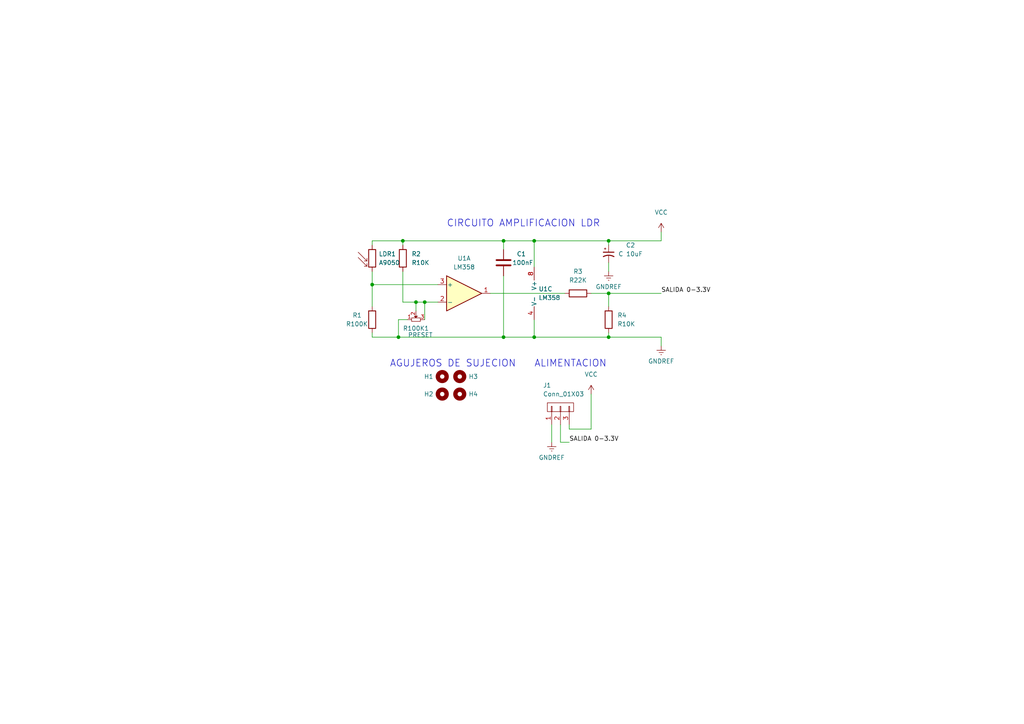
<source format=kicad_sch>
(kicad_sch (version 20211123) (generator eeschema)
  (paper "A4")
  (title_block (title "Módulo Sensor LDR") (date "2022-06-08") (company "E.E.S.T N°5 \"2 de Abril\" de Temperley") (comment 1 "Autor: Romero Gabriel") (comment 2 "Asignatura: Montaje de Proyectos Electrónicos"))
  (lib_symbols
    (symbol "Amplifier_Operational:LM358" (pin_names (offset 0.127))
      (property "Reference" "U" (at 0 5.08 0))
      (property "Value" "LM358" (at 0 -5.08 0))
      (symbol "LM358_1_1"
        (polyline (pts (xy -5.08 5.08) (xy 5.08 0) (xy -5.08 -5.08) (xy -5.08 5.08)) (stroke (width 0.254)) (fill (type background)))
        (pin output line (at 7.62 0 180) (length 2.54) (name "~") (number "1"))
        (pin input line (at -7.62 -2.54 0) (length 2.54) (name "-") (number "2"))
        (pin input line (at -7.62 2.54 0) (length 2.54) (name "+") (number "3"))
      )
      (symbol "LM358_2_1"
        (polyline (pts (xy -5.08 5.08) (xy 5.08 0) (xy -5.08 -5.08) (xy -5.08 5.08)) (stroke (width 0.254)) (fill (type background)))
        (pin input line (at -7.62 2.54 0) (length 2.54) (name "+") (number "5"))
        (pin input line (at -7.62 -2.54 0) (length 2.54) (name "-") (number "6"))
        (pin output line (at 7.62 0 180) (length 2.54) (name "~") (number "7"))
      )
      (symbol "LM358_3_1"
        (pin power_in line (at -2.54 -7.62 90) (length 3.81) (name "V-") (number "4"))
        (pin power_in line (at -2.54 7.62 270) (length 3.81) (name "V+") (number "8"))
      )
    )
    (symbol "Device:C" (pin_numbers hide) (pin_names (offset 0.254))
      (property "Reference" "C" (at 0.635 2.54 0))
      (property "Value" "C" (at 0.635 -2.54 0))
      (symbol "C_0_1"
        (polyline (pts (xy -2.032 -0.762) (xy 2.032 -0.762)) (stroke (width 0.508)))
        (polyline (pts (xy -2.032 0.762) (xy 2.032 0.762)) (stroke (width 0.508)))
      )
      (symbol "C_1_1"
        (pin passive line (at 0 3.81 270) (length 2.794) (name "~") (number "1"))
        (pin passive line (at 0 -3.81 90) (length 2.794) (name "~") (number "2"))
      )
    )
    (symbol "Device:C_Polarized_Small_US" (pin_numbers hide) (pin_names (offset 0.254) hide)
      (property "Reference" "C" (at 0.254 1.778 0))
      (property "Value" "C_Polarized_Small_US" (at 0.254 -2.032 0))
      (symbol "C_Polarized_Small_US_0_1"
        (polyline (pts (xy -1.524 0.508) (xy 1.524 0.508)) (stroke (width 0.3048)))
        (polyline (pts (xy -1.27 1.524) (xy -0.762 1.524)))
        (polyline (pts (xy -1.016 1.27) (xy -1.016 1.778)))
        (arc (start 1.524 -0.762) (mid 0 -0.3734) (end -1.524 -0.762) (stroke (width 0.3048)))
      )
      (symbol "C_Polarized_Small_US_1_1"
        (pin passive line (at 0 2.54 270) (length 2.032) (name "~") (number "1"))
        (pin passive line (at 0 -2.54 90) (length 2.032) (name "~") (number "2"))
      )
    )
    (symbol "Device:R" (pin_numbers hide) (pin_names (offset 0))
      (property "Reference" "R" (at 2.032 0 90))
      (property "Value" "R" (at 0 0 90))
      (symbol "R_0_1"
        (rectangle (start -1.016 -2.54) (end 1.016 2.54) (stroke (width 0.254)))
      )
      (symbol "R_1_1"
        (pin passive line (at 0 3.81 270) (length 1.27) (name "~") (number "1"))
        (pin passive line (at 0 -3.81 90) (length 1.27) (name "~") (number "2"))
      )
    )
    (symbol "EESTN5:Conn_01X03" (pin_names (offset 1.016) hide)
      (property "Reference" "J" (at 0 5.08 0))
      (property "Value" "Conn_01X03" (at 0 -5.08 0))
      (symbol "Conn_01X03_0_1"
        (rectangle (start -1.27 -2.413) (end 0.254 -2.667))
        (rectangle (start -1.27 0.127) (end 0.254 -0.127))
        (rectangle (start -1.27 2.667) (end 0.254 2.413))
        (rectangle (start -1.27 3.81) (end 1.27 -3.81))
      )
      (symbol "Conn_01X03_1_1"
        (pin passive line (at -5.08 2.54 0) (length 3.81) (name "P1") (number "1"))
        (pin passive line (at -5.08 0 0) (length 3.81) (name "P2") (number "2"))
        (pin passive line (at -5.08 -2.54 0) (length 3.81) (name "P3") (number "3"))
      )
    )
    (symbol "EESTN5:Mounting_Hole" (pin_names (offset 1.016))
      (property "Reference" "H" (at 0 5.08 0))
      (symbol "Mounting_Hole_0_1"
        (circle (center 0 0) (radius 1.27) (stroke (width 1.27)))
      )
    )
    (symbol "EESTN5:POT" (pin_names (offset 1.016) hide)
      (property "Reference" "R" (at 0 -1.27 0))
      (property "Value" "POT" (at 0 -3.81 0))
      (symbol "POT_0_0"
        (rectangle (start -1.27 0.508) (end 1.27 -0.508))
      )
      (symbol "POT_0_1"
        (polyline (pts (xy 0 0.508) (xy -0.508 1.016) (xy 0.508 1.016)) (fill (type outline)))
      )
      (symbol "POT_1_1"
        (pin passive line (at -2.54 0 0) (length 1.27) (name "1") (number "1"))
        (pin passive line (at 0 2.54 270) (length 1.524) (name "2") (number "2"))
        (pin passive line (at 2.54 0 180) (length 1.27) (name "3") (number "3"))
      )
    )
    (symbol "LM358_1" (pin_names (offset 0.127))
      (property "Reference" "U1" (at 0 10.16 0))
      (property "Value" "LM358" (at 0 7.62 0))
      (symbol "LM358_1_1_1"
        (polyline (pts (xy -5.08 5.08) (xy 5.08 0) (xy -5.08 -5.08) (xy -5.08 5.08)) (stroke (width 0.254)) (fill (type background)))
        (pin output line (at 7.62 0 180) (length 2.54) (name "~") (number "1"))
        (pin input line (at -7.62 -2.54 0) (length 2.54) (name "-") (number "2"))
        (pin input line (at -7.62 2.54 0) (length 2.54) (name "+") (number "3"))
      )
      (symbol "LM358_1_2_1"
        (polyline (pts (xy -5.08 5.08) (xy 5.08 0) (xy -5.08 -5.08) (xy -5.08 5.08)) (stroke (width 0.254)) (fill (type background)))
        (pin input line (at -7.62 2.54 0) (length 2.54) (name "+") (number "5"))
        (pin input line (at -7.62 -2.54 0) (length 2.54) (name "-") (number "6"))
        (pin output line (at 7.62 0 180) (length 2.54) (name "~") (number "7"))
      )
      (symbol "LM358_1_3_1"
        (pin power_in line (at -2.54 -7.62 90) (length 3.81) (name "GNDREF") (number "4"))
        (pin power_in line (at -2.54 7.62 270) (length 3.81) (name "VCC") (number "8"))
      )
    )
    (symbol "Sensor_Optical:A9050" (pin_numbers hide) (pin_names (offset 0))
      (property "Reference" "R" (at -5.08 0 90))
      (property "Value" "A9050" (at 1.905 0 90))
      (symbol "A9050_0_1"
        (rectangle (start -1.016 2.54) (end 1.016 -2.54) (stroke (width 0.254)))
        (polyline (pts (xy -1.524 -2.286) (xy -4.064 0.254)))
        (polyline (pts (xy -1.524 -2.286) (xy -2.286 -2.286)))
        (polyline (pts (xy -1.524 -2.286) (xy -1.524 -1.524)))
        (polyline (pts (xy -1.524 -0.762) (xy -4.064 1.778)))
        (polyline (pts (xy -1.524 -0.762) (xy -2.286 -0.762)))
        (polyline (pts (xy -1.524 -0.762) (xy -1.524 0)))
      )
      (symbol "A9050_1_1"
        (pin passive line (at 0 3.81 270) (length 1.27) (name "~") (number "1"))
        (pin passive line (at 0 -3.81 90) (length 1.27) (name "~") (number "2"))
      )
    )
    (symbol "power:GNDREF" (power) (pin_names (offset 0))
      (property "Value" "GNDREF" (at 0 -3.81 0))
      (symbol "GNDREF_0_1"
        (polyline (pts (xy -0.635 -1.905) (xy 0.635 -1.905)))
        (polyline (pts (xy -0.127 -2.54) (xy 0.127 -2.54)))
        (polyline (pts (xy 0 -1.27) (xy 0 0)))
        (polyline (pts (xy 1.27 -1.27) (xy -1.27 -1.27)))
      )
      (symbol "GNDREF_1_1"
        (pin power_in line (at 0 0 270) (length 0) hide (name "GNDREF") (number "1"))
      )
    )
    (symbol "power:VCC" (power) (pin_names (offset 0))
      (property "Value" "VCC" (at 0 3.81 0))
      (symbol "VCC_0_1"
        (polyline (pts (xy -0.762 1.27) (xy 0 2.54)))
        (polyline (pts (xy 0 0) (xy 0 2.54)))
        (polyline (pts (xy 0 2.54) (xy 0.762 1.27)))
      )
      (symbol "VCC_1_1"
        (pin power_in line (at 0 0 90) (length 0) hide (name "VCC") (number "1"))
      )
    )
  )
  (junction (at 120.65 87.63))
  (junction (at 154.94 97.79))
  (junction (at 107.95 82.55))
  (junction (at 154.94 69.85))
  (junction (at 176.53 69.85))
  (junction (at 146.05 69.85))
  (junction (at 146.05 97.79))
  (junction (at 176.53 97.79))
  (junction (at 123.19 87.63))
  (junction (at 115.57 97.79))
  (junction (at 176.53 85.09))
  (junction (at 116.84 69.85))
  (wire (pts (xy 107.95 97.79) (xy 107.95 96.52)))
  (wire (pts (xy 107.95 82.55) (xy 127 82.55)))
  (wire (pts (xy 176.53 96.52) (xy 176.53 97.79)))
  (wire (pts (xy 146.05 97.79) (xy 154.94 97.79)))
  (wire (pts (xy 107.95 69.85) (xy 116.84 69.85)))
  (wire (pts (xy 116.84 69.85) (xy 116.84 71.12)))
  (wire (pts (xy 120.65 90.17) (xy 120.65 87.63)))
  (wire (pts (xy 162.56 128.27) (xy 165.1 128.27)))
  (wire (pts (xy 160.02 123.19) (xy 160.02 128.27)))
  (wire (pts (xy 176.53 69.85) (xy 191.77 69.85)))
  (wire (pts (xy 146.05 80.01) (xy 146.05 97.79)))
  (wire (pts (xy 107.95 78.74) (xy 107.95 82.55)))
  (wire (pts (xy 154.94 92.71) (xy 154.94 97.79)))
  (wire (pts (xy 154.94 97.79) (xy 176.53 97.79)))
  (wire (pts (xy 176.53 85.09) (xy 176.53 88.9)))
  (wire (pts (xy 142.24 85.09) (xy 163.83 85.09)))
  (wire (pts (xy 146.05 69.85) (xy 154.94 69.85)))
  (wire (pts (xy 176.53 76.2) (xy 176.53 78.74)))
  (wire (pts (xy 107.95 82.55) (xy 107.95 88.9)))
  (wire (pts (xy 191.77 97.79) (xy 191.77 100.33)))
  (wire (pts (xy 107.95 71.12) (xy 107.95 69.85)))
  (wire (pts (xy 154.94 69.85) (xy 154.94 77.47)))
  (wire (pts (xy 118.11 92.71) (xy 115.57 92.71)))
  (wire (pts (xy 176.53 97.79) (xy 191.77 97.79)))
  (wire (pts (xy 176.53 85.09) (xy 191.77 85.09)))
  (wire (pts (xy 162.56 123.19) (xy 162.56 128.27)))
  (wire (pts (xy 171.45 85.09) (xy 176.53 85.09)))
  (wire (pts (xy 191.77 67.31) (xy 191.77 69.85)))
  (wire (pts (xy 176.53 69.85) (xy 176.53 71.12)))
  (wire (pts (xy 154.94 69.85) (xy 176.53 69.85)))
  (wire (pts (xy 115.57 92.71) (xy 115.57 97.79)))
  (wire (pts (xy 123.19 92.71) (xy 123.19 87.63)))
  (wire (pts (xy 116.84 78.74) (xy 116.84 87.63)))
  (wire (pts (xy 115.57 97.79) (xy 107.95 97.79)))
  (wire (pts (xy 165.1 124.46) (xy 171.45 124.46)))
  (wire (pts (xy 146.05 69.85) (xy 146.05 72.39)))
  (wire (pts (xy 116.84 69.85) (xy 146.05 69.85)))
  (wire (pts (xy 115.57 97.79) (xy 146.05 97.79)))
  (wire (pts (xy 116.84 87.63) (xy 120.65 87.63)))
  (wire (pts (xy 165.1 123.19) (xy 165.1 124.46)))
  (wire (pts (xy 171.45 114.3) (xy 171.45 124.46)))
  (wire (pts (xy 120.65 87.63) (xy 123.19 87.63)))
  (wire (pts (xy 123.19 87.63) (xy 127 87.63)))
  (text "ALIMENTACION" (at 154.94 106.68 0) (effects (font (size 2 2)) (justify left bottom)))
  (text "CIRCUITO AMPLIFICACION LDR" (at 129.54 66.04 0) (effects (font (size 2 2)) (justify left bottom)))
  (text "AGUJEROS DE SUJECION" (at 113.03 106.68 0) (effects (font (size 2 2)) (justify left bottom)))
  (label "SALIDA 0-3.3V" (at 191.77 85.09 0))
  (label "SALIDA 0-3.3V" (at 165.1 128.27 0))
  (symbol (lib_id "Amplifier_Operational:LM358") (at 157.48 85.09 0) (unit 3)
    (property "Reference" "U1" (at 156.21 83.8199 0) (effects (justify left)))
    (property "Value" "LM358" (at 156.21 86.3599 0) (effects (justify left)))
    (property "Footprint" "EESTN5:DIP-8" (effects hide))
    (property "Datasheet" "http://www.ti.com/lit/ds/symlink/lm2904-n.pdf" (effects hide))
  )
  (symbol (lib_id "EESTN5:Conn_01X03") (at 162.56 118.11 90) (unit 1)
    (property "Reference" "J1" (at 157.48 111.76 90) (effects (justify right)))
    (property "Value" "Conn_01X03" (at 157.48 114.3 90) (effects (justify right)))
    (property "Footprint" "EESTN5:Pin_Header_3" (effects hide))
  )
  (symbol (lib_id "Sensor_Optical:A9050") (at 107.95 74.93 0) (unit 1)
    (property "Reference" "LDR1" (at 109.855 73.6599 0) (effects (justify left)))
    (property "Value" "A9050" (at 109.855 76.1999 0) (effects (justify left)))
    (property "Footprint" "OptoDevice:R_LDR_5.0x4.1mm_P3mm_Vertical" (effects hide))
    (property "Datasheet" "http://cdn-reichelt.de/documents/datenblatt/A500/A90xxxx%23PE.pdf" (effects hide))
  )
  (symbol (lib_id "EESTN5:Mounting_Hole") (at 128.27 109.22 180) (unit 1)
    (property "Reference" "H1" (at 125.73 109.2201 0) (effects (justify left)))
    (property "Value" "Mounting_Hole" (effects hide))
    (property "Footprint" "MountingHole:MountingHole_3mm" (effects hide))
  )
  (symbol (lib_id "power:GNDREF") (at 191.77 100.33 0) (unit 1)
    (property "Reference" "#PWR03" (effects hide))
    (property "Value" "GNDREF" (at 191.77 104.775 0))
  )
  (symbol (lib_id "power:VCC") (at 191.77 67.31 0) (unit 1)
    (property "Reference" "#PWR02" (effects hide))
    (property "Value" "VCC" (at 191.77 61.595 0))
  )
  (symbol (lib_id "Device:R") (at 176.53 92.71 0) (unit 1)
    (property "Reference" "R4" (at 179.07 91.4399 0) (effects (justify left)))
    (property "Value" "R10K" (at 179.07 93.9799 0) (effects (justify left)))
    (property "Footprint" "EESTN5:RES0.3" (effects hide))
  )
  (symbol (lib_id "Device:C") (at 146.05 76.2 180) (unit 1)
    (property "Reference" "C1" (at 149.86 73.66 0) (effects (justify right)))
    (property "Value" "100nF" (at 148.59 76.2 0) (effects (justify right)))
    (property "Footprint" "EESTN5:CAP_0.1" (effects hide))
  )
  (symbol (lib_id "Device:R") (at 167.64 85.09 90) (unit 1)
    (property "Reference" "R3" (at 167.64 78.74 90))
    (property "Value" "R22K" (at 167.64 81.28 90))
    (property "Footprint" "EESTN5:RES0.3" (effects hide))
  )
  (symbol (lib_id "power:GNDREF") (at 160.02 128.27 0) (unit 1)
    (property "Reference" "#PWR0101" (effects hide))
    (property "Value" "GNDREF" (at 160.02 132.715 0))
  )
  (symbol (lib_id "EESTN5:Mounting_Hole") (at 128.27 114.3 180) (unit 1)
    (property "Reference" "H2" (at 125.73 114.3001 0) (effects (justify left)))
    (property "Value" "Mounting_Hole" (effects hide))
    (property "Footprint" "MountingHole:MountingHole_3mm" (effects hide))
  )
  (symbol (lib_id "Device:R") (at 116.84 74.93 0) (unit 1)
    (property "Reference" "R2" (at 119.38 73.6599 0) (effects (justify left)))
    (property "Value" "R10K" (at 119.38 76.1999 0) (effects (justify left)))
    (property "Footprint" "EESTN5:RES0.3" (effects hide))
  )
  (symbol (lib_id "Device:C_Polarized_Small_US") (at 176.53 73.66 0) (unit 1)
    (property "Reference" "C2" (at 182.88 71.12 0))
    (property "Value" "C 10uF" (at 182.88 73.66 0))
    (property "Footprint" "EESTN5:CAP_ELEC_5x11mm" (effects hide))
  )
  (symbol (lib_id "power:VCC") (at 171.45 114.3 0) (unit 1)
    (property "Reference" "#PWR0102" (effects hide))
    (property "Value" "VCC" (at 171.45 108.585 0))
  )
  (symbol (lib_id "EESTN5:Mounting_Hole") (at 133.35 114.3 0) (unit 1)
    (property "Reference" "H4" (at 135.89 114.2999 0) (effects (justify left)))
    (property "Value" "Mounting_Hole" (effects hide))
    (property "Footprint" "MountingHole:MountingHole_3mm" (effects hide))
  )
  (symbol (lib_id "Device:R") (at 107.95 92.71 0) (unit 1)
    (property "Reference" "R1" (at 102.235 91.44 0) (effects (justify left)))
    (property "Value" "R100K" (at 100.33 93.98 0) (effects (justify left)))
    (property "Footprint" "EESTN5:RES0.3" (effects hide))
  )
  (symbol (lib_id "EESTN5:POT") (at 120.65 92.71 0) (unit 1)
    (property "Reference" "R100K1" (at 120.65 95.25 0))
    (property "Value" "PRESET " (at 121.92 97.155 0))
    (property "Footprint" "EESTN5:to92" (effects hide))
  )
  (symbol (lib_id "EESTN5:Mounting_Hole") (at 133.35 109.22 0) (unit 1)
    (property "Reference" "H3" (at 135.89 109.2199 0) (effects (justify left)))
    (property "Value" "Mounting_Hole" (effects hide))
    (property "Footprint" "MountingHole:MountingHole_3mm" (effects hide))
  )
  (symbol (lib_id "power:GNDREF") (at 176.53 78.74 0) (unit 1)
    (property "Reference" "#PWR01" (effects hide))
    (property "Value" "GNDREF" (at 176.53 83.185 0))
  )
  (symbol (lib_name "LM358_1") (lib_id "Amplifier_Operational:LM358") (at 134.62 85.09 0) (unit 1)
    (property "Reference" "U1" (at 134.62 74.93 0))
    (property "Value" "LM358" (at 134.62 77.47 0))
    (property "Footprint" "EESTN5:DIP-8" (effects hide))
    (property "Datasheet" "http://www.ti.com/lit/ds/symlink/lm2904-n.pdf" (effects hide))
  )
)
</source>
